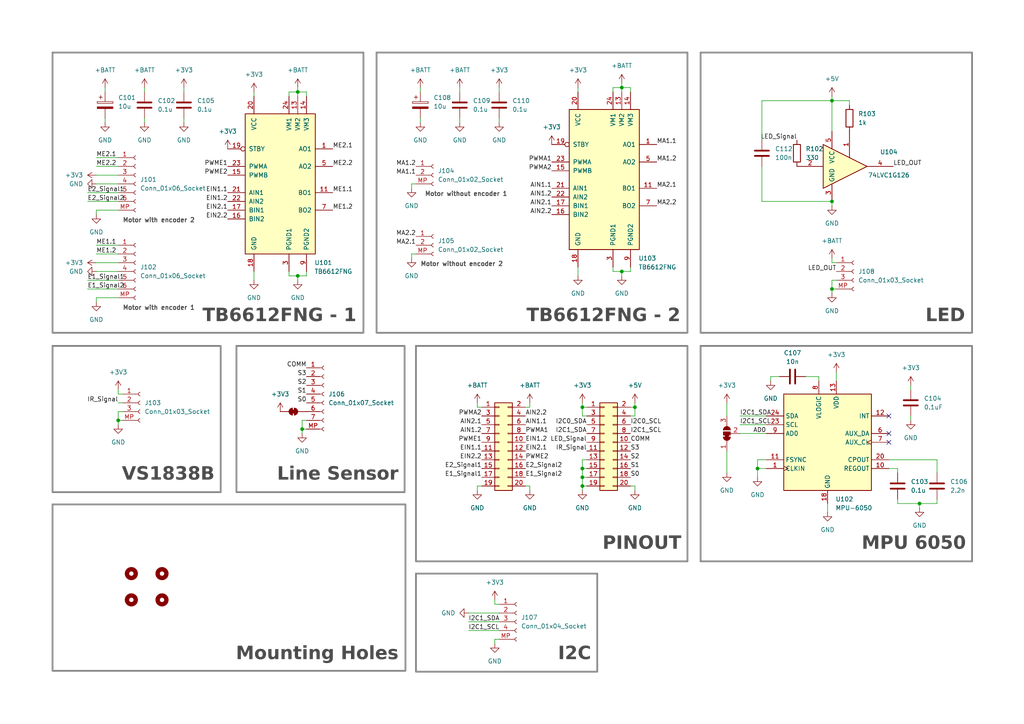
<source format=kicad_sch>
(kicad_sch (version 20231120) (generator "eeschema") (generator_version "8.0")
  (paper "A4")
  (lib_symbols
    (symbol "+3V3_1" (power) (pin_numbers hide) (pin_names (offset 0) hide)
      (property "Value" "+3V3" (at 0 3.556 0))
      (symbol "+3V3_1_1_1"
        (pin power_in line (at 0 0 90) (length 0) (name "~") (number "1"))
      )
    )
    (symbol "74xGxx:74LVC1G126"
      (property "Reference" "U" (at 2.54 7.62 0))
      (property "Value" "74LVC1G126" (at 2.54 -7.62 0))
      (symbol "74LVC1G126_1_1"
        (pin input line (at 0 10.16 270) (length 7.62) (name "~") (number "1"))
        (pin input line (at -15.24 0 0) (length 7.62) (name "~") (number "2"))
        (pin power_in line (at -5.08 -10.16 90) (length 5.08) (name "GND") (number "3"))
        (pin tri_state line (at 12.7 0 180) (length 7.62) (name "~") (number "4"))
        (pin power_in line (at -5.08 10.16 270) (length 5.08) (name "VCC") (number "5"))
      )
    )
    (symbol "Conn_01x03_Socket_1" (pin_names (offset 1.016) hide)
      (property "Reference" "J302" (at 1.27 1.2701 0))
      (property "Value" "Conn_01x02_Socket" (at 1.27 -1.2699 0))
      (symbol "Conn_01x03_Socket_1_1_1"
        (pin passive line (at -5.08 2.54 0) (length 3.81) (name "Pin_1") (number "1"))
        (pin passive line (at -5.08 0 0) (length 3.81) (name "Pin_2") (number "2"))
        (pin passive line (at -5.08 -2.54 0) (length 3.81) (name "Pin_3") (number "MP"))
      )
    )
    (symbol "Conn_01x03_Socket_2" (pin_names (offset 1.016) hide)
      (property "Reference" "J304" (at 1.27 1.2701 0))
      (property "Value" "Conn_01x02_Socket" (at 1.27 -1.2699 0))
      (symbol "Conn_01x03_Socket_2_1_1"
        (pin passive line (at -5.08 2.54 0) (length 3.81) (name "Pin_1") (number "1"))
        (pin passive line (at -5.08 0 0) (length 3.81) (name "Pin_2") (number "2"))
        (pin passive line (at -5.08 -2.54 0) (length 3.81) (name "Pin_3") (number "MP"))
      )
    )
    (symbol "Conn_01x04_Socket_1" (pin_names (offset 1.016) hide)
      (property "Reference" "J306" (at 1.27 0.0001 0))
      (property "Value" "Conn_01x03_Socket" (at 1.27 -2.5399 0))
      (symbol "Conn_01x04_Socket_1_1_1"
        (pin passive line (at -5.08 2.54 0) (length 3.81) (name "Pin_1") (number "1"))
        (pin passive line (at -5.08 0 0) (length 3.81) (name "Pin_2") (number "2"))
        (pin passive line (at -5.08 -2.54 0) (length 3.81) (name "Pin_3") (number "3"))
        (pin passive line (at -5.08 -5.08 0) (length 3.81) (name "Pin_4") (number "MP"))
      )
    )
    (symbol "Connector:Conn_01x04_Socket" (pin_names (offset 1.016) hide)
      (property "Reference" "J301" (at 1.27 0.0001 0))
      (property "Value" "Conn_01x03_Socket" (at 1.27 -2.5399 0))
      (symbol "Conn_01x04_Socket_1_1"
        (pin passive line (at -5.08 2.54 0) (length 3.81) (name "Pin_1") (number "1"))
        (pin passive line (at -5.08 0 0) (length 3.81) (name "Pin_2") (number "2"))
        (pin passive line (at -5.08 -2.54 0) (length 3.81) (name "Pin_3") (number "3"))
        (pin passive line (at -5.08 -5.08 0) (length 3.81) (name "Pin_4") (number "MP"))
      )
    )
    (symbol "Connector:Conn_01x05_Socket" (pin_names (offset 1.016) hide)
      (property "Reference" "J308" (at 1.27 1.2701 0))
      (property "Value" "Conn_01x05_Socket" (at 1.27 -1.2699 0))
      (symbol "Conn_01x05_Socket_1_1"
        (pin passive line (at -5.08 5.08 0) (length 3.81) (name "Pin_1") (number "1"))
        (pin passive line (at -5.08 2.54 0) (length 3.81) (name "Pin_2") (number "2"))
        (pin passive line (at -5.08 0 0) (length 3.81) (name "Pin_3") (number "3"))
        (pin passive line (at -5.08 -2.54 0) (length 3.81) (name "Pin_4") (number "4"))
        (pin passive line (at -5.08 -5.08 0) (length 3.81) (name "Pin_5") (number "MP"))
      )
    )
    (symbol "Connector:Conn_01x07_Socket" (pin_names (offset 1.016) hide)
      (property "Reference" "J303" (at 1.27 1.2701 0))
      (property "Value" "Conn_01x02_Socket" (at 1.27 -1.2699 0))
      (symbol "Conn_01x07_Socket_1_1"
        (pin passive line (at -5.08 7.62 0) (length 3.81) (name "Pin_1") (number "1"))
        (pin passive line (at -5.08 5.08 0) (length 3.81) (name "Pin_2") (number "2"))
        (pin passive line (at -5.08 2.54 0) (length 3.81) (name "Pin_3") (number "3"))
        (pin passive line (at -5.08 0 0) (length 3.81) (name "Pin_4") (number "4"))
        (pin passive line (at -5.08 -2.54 0) (length 3.81) (name "Pin_5") (number "5"))
        (pin passive line (at -5.08 -5.08 0) (length 3.81) (name "Pin_6") (number "6"))
        (pin passive line (at -5.08 -7.62 0) (length 3.81) (name "Pin_7") (number "MP"))
      )
    )
    (symbol "Connector:Conn_01x08_Socket" (pin_names (offset 1.016) hide)
      (property "Reference" "J106" (at 1.27 0.0001 0))
      (property "Value" "Conn_01x07_Socket" (at 1.27 -2.5399 0))
      (symbol "Conn_01x08_Socket_1_1"
        (pin passive line (at -5.08 7.62 0) (length 3.81) (name "Pin_1") (number "1"))
        (pin passive line (at -5.08 5.08 0) (length 3.81) (name "Pin_2") (number "2"))
        (pin passive line (at -5.08 2.54 0) (length 3.81) (name "Pin_3") (number "3"))
        (pin passive line (at -5.08 0 0) (length 3.81) (name "Pin_4") (number "4"))
        (pin passive line (at -5.08 -2.54 0) (length 3.81) (name "Pin_5") (number "5"))
        (pin passive line (at -5.08 -5.08 0) (length 3.81) (name "Pin_6") (number "6"))
        (pin passive line (at -5.08 -7.62 0) (length 3.81) (name "Pin_7") (number "7"))
        (pin passive line (at -5.08 -10.16 0) (length 3.81) (name "Pin_8") (number "MP"))
      )
    )
    (symbol "Connector_Generic:Conn_02x10_Odd_Even" (pin_names (offset 1.016) hide)
      (property "Reference" "J" (at 1.27 12.7 0))
      (property "Value" "Conn_02x10_Odd_Even" (at 1.27 -15.24 0))
      (symbol "Conn_02x10_Odd_Even_1_1"
        (pin passive line (at -5.08 10.16 0) (length 3.81) (name "Pin_1") (number "1"))
        (pin passive line (at 7.62 0 180) (length 3.81) (name "Pin_10") (number "10"))
        (pin passive line (at -5.08 -2.54 0) (length 3.81) (name "Pin_11") (number "11"))
        (pin passive line (at 7.62 -2.54 180) (length 3.81) (name "Pin_12") (number "12"))
        (pin passive line (at -5.08 -5.08 0) (length 3.81) (name "Pin_13") (number "13"))
        (pin passive line (at 7.62 -5.08 180) (length 3.81) (name "Pin_14") (number "14"))
        (pin passive line (at -5.08 -7.62 0) (length 3.81) (name "Pin_15") (number "15"))
        (pin passive line (at 7.62 -7.62 180) (length 3.81) (name "Pin_16") (number "16"))
        (pin passive line (at -5.08 -10.16 0) (length 3.81) (name "Pin_17") (number "17"))
        (pin passive line (at 7.62 -10.16 180) (length 3.81) (name "Pin_18") (number "18"))
        (pin passive line (at -5.08 -12.7 0) (length 3.81) (name "Pin_19") (number "19"))
        (pin passive line (at 7.62 10.16 180) (length 3.81) (name "Pin_2") (number "2"))
        (pin passive line (at 7.62 -12.7 180) (length 3.81) (name "Pin_20") (number "20"))
        (pin passive line (at -5.08 7.62 0) (length 3.81) (name "Pin_3") (number "3"))
        (pin passive line (at 7.62 7.62 180) (length 3.81) (name "Pin_4") (number "4"))
        (pin passive line (at -5.08 5.08 0) (length 3.81) (name "Pin_5") (number "5"))
        (pin passive line (at 7.62 5.08 180) (length 3.81) (name "Pin_6") (number "6"))
        (pin passive line (at -5.08 2.54 0) (length 3.81) (name "Pin_7") (number "7"))
        (pin passive line (at 7.62 2.54 180) (length 3.81) (name "Pin_8") (number "8"))
        (pin passive line (at -5.08 0 0) (length 3.81) (name "Pin_9") (number "9"))
      )
    )
    (symbol "Device:C" (pin_numbers hide) (pin_names (offset 0.254))
      (property "Reference" "C" (at 0.635 2.54 0))
      (property "Value" "C" (at 0.635 -2.54 0))
      (symbol "C_1_1"
        (pin passive line (at 0 3.81 270) (length 2.794) (name "~") (number "1"))
        (pin passive line (at 0 -3.81 90) (length 2.794) (name "~") (number "2"))
      )
    )
    (symbol "Device:C_Polarized" (pin_numbers hide) (pin_names (offset 0.254))
      (property "Reference" "C" (at 0.635 2.54 0))
      (property "Value" "C_Polarized" (at 0.635 -2.54 0))
      (symbol "C_Polarized_1_1"
        (pin passive line (at 0 3.81 270) (length 2.794) (name "~") (number "1"))
        (pin passive line (at 0 -3.81 90) (length 2.794) (name "~") (number "2"))
      )
    )
    (symbol "Device:R" (pin_numbers hide) (pin_names (offset 0))
      (property "Reference" "R" (at 2.032 0 90))
      (property "Value" "R" (at 0 0 90))
      (symbol "R_1_1"
        (pin passive line (at 0 3.81 270) (length 1.27) (name "~") (number "1"))
        (pin passive line (at 0 -3.81 90) (length 1.27) (name "~") (number "2"))
      )
    )
    (symbol "Driver_Motor:TB6612FNG" (pin_names (offset 1.016))
      (property "Reference" "U" (at 11.43 17.78 0))
      (property "Value" "TB6612FNG" (at 11.43 15.24 0))
      (symbol "TB6612FNG_1_1"
        (pin output line (at 15.24 10.16 180) (length 5.08) (name "AO1") (number "1"))
        (pin passive line (at 7.62 -25.4 90) (length 5.08) hide (name "PGND2") (number "10"))
        (pin output line (at 15.24 -2.54 180) (length 5.08) (name "BO1") (number "11"))
        (pin passive line (at 15.24 -2.54 180) (length 5.08) hide (name "BO1") (number "12"))
        (pin power_in line (at 5.08 25.4 270) (length 5.08) (name "VM2") (number "13"))
        (pin power_in line (at 7.62 25.4 270) (length 5.08) (name "VM3") (number "14"))
        (pin input line (at -15.24 2.54 0) (length 5.08) (name "PWMB") (number "15"))
        (pin input line (at -15.24 -10.16 0) (length 5.08) (name "BIN2") (number "16"))
        (pin input line (at -15.24 -7.62 0) (length 5.08) (name "BIN1") (number "17"))
        (pin power_in line (at -7.62 -25.4 90) (length 5.08) (name "GND") (number "18"))
        (pin input inverted (at -15.24 10.16 0) (length 5.08) (name "STBY") (number "19"))
        (pin passive line (at 15.24 10.16 180) (length 5.08) hide (name "AO1") (number "2"))
        (pin power_in line (at -7.62 25.4 270) (length 5.08) (name "VCC") (number "20"))
        (pin input line (at -15.24 -2.54 0) (length 5.08) (name "AIN1") (number "21"))
        (pin input line (at -15.24 -5.08 0) (length 5.08) (name "AIN2") (number "22"))
        (pin input line (at -15.24 5.08 0) (length 5.08) (name "PWMA") (number "23"))
        (pin power_in line (at 2.54 25.4 270) (length 5.08) (name "VM1") (number "24"))
        (pin power_in line (at 2.54 -25.4 90) (length 5.08) (name "PGND1") (number "3"))
        (pin passive line (at 2.54 -25.4 90) (length 5.08) hide (name "PGND1") (number "4"))
        (pin output line (at 15.24 5.08 180) (length 5.08) (name "AO2") (number "5"))
        (pin passive line (at 15.24 5.08 180) (length 5.08) hide (name "AO2") (number "6"))
        (pin output line (at 15.24 -7.62 180) (length 5.08) (name "BO2") (number "7"))
        (pin passive line (at 15.24 -7.62 180) (length 5.08) hide (name "BO2") (number "8"))
        (pin power_in line (at 7.62 -25.4 90) (length 5.08) (name "PGND2") (number "9"))
      )
    )
    (symbol "Jumper:SolderJumper_2_Bridged" (pin_numbers hide) (pin_names (offset 0) hide) (exclude_from_sim yes) (in_bom no)
      (property "Reference" "JP" (at 0 2.032 0))
      (property "Value" "SolderJumper_2_Bridged" (at 0 -2.54 0))
      (symbol "SolderJumper_2_Bridged_1_1"
        (pin passive line (at -3.81 0 0) (length 2.54) (name "A") (number "1"))
        (pin passive line (at 3.81 0 180) (length 2.54) (name "B") (number "2"))
      )
    )
    (symbol "Jumper:SolderJumper_3_Bridged12" (pin_names (offset 0) hide)
      (property "Reference" "JP" (at -2.54 -2.54 0))
      (property "Value" "SolderJumper_3_Bridged12" (at 0 2.794 0))
      (symbol "SolderJumper_3_Bridged12_1_1"
        (pin passive line (at -5.08 0 0) (length 2.54) (name "A") (number "1"))
        (pin passive line (at 0 -3.81 90) (length 2.54) (name "C") (number "2"))
        (pin passive line (at 5.08 0 180) (length 2.54) (name "B") (number "3"))
      )
    )
    (symbol "Mechanical:MountingHole" (pin_names (offset 1.016))
      (property "Reference" "H" (at 0 5.08 0))
      (property "Value" "MountingHole" (at 0 3.175 0))
    )
    (symbol "Sensor_Motion:MPU-6050"
      (property "Reference" "U" (at -11.43 13.97 0))
      (property "Value" "MPU-6050" (at 7.62 -15.24 0))
      (symbol "MPU-6050_0_0"
        (text "" (at 12.7 -2.54 0) (effects (font (size 1.27 1.27))))
      )
      (symbol "MPU-6050_1_1"
        (pin input clock (at -17.78 -7.62 0) (length 5.08) (name "CLKIN") (number "1"))
        (pin passive line (at 17.78 -7.62 180) (length 5.08) (name "REGOUT") (number "10"))
        (pin input line (at -17.78 -5.08 0) (length 5.08) (name "FSYNC") (number "11"))
        (pin output line (at 17.78 7.62 180) (length 5.08) (name "INT") (number "12"))
        (pin power_in line (at 2.54 17.78 270) (length 3.81) (name "VDD") (number "13"))
        (pin no_connect line (at -12.7 -10.16 0) (length 2.54) hide (name "NC") (number "14"))
        (pin no_connect line (at 12.7 12.7 180) (length 2.54) hide (name "NC") (number "15"))
        (pin no_connect line (at 12.7 10.16 180) (length 2.54) hide (name "NC") (number "16"))
        (pin no_connect line (at 12.7 5.08 180) (length 2.54) hide (name "NC") (number "17"))
        (pin power_in line (at 0 -17.78 90) (length 3.81) (name "GND") (number "18"))
        (pin no_connect line (at 12.7 -10.16 180) (length 2.54) hide (name "RESV") (number "19"))
        (pin no_connect line (at -12.7 12.7 0) (length 2.54) hide (name "NC") (number "2"))
        (pin passive line (at 17.78 -5.08 180) (length 5.08) (name "CPOUT") (number "20"))
        (pin no_connect line (at 12.7 -2.54 180) (length 2.54) hide (name "RESV") (number "21"))
        (pin no_connect line (at 12.7 -12.7 180) (length 2.54) hide (name "RESV") (number "22"))
        (pin input line (at -17.78 5.08 0) (length 5.08) (name "SCL") (number "23"))
        (pin bidirectional line (at -17.78 7.62 0) (length 5.08) (name "SDA") (number "24"))
        (pin no_connect line (at -12.7 10.16 0) (length 2.54) hide (name "NC") (number "3"))
        (pin no_connect line (at -12.7 0 0) (length 2.54) hide (name "NC") (number "4"))
        (pin no_connect line (at -12.7 -2.54 0) (length 2.54) hide (name "NC") (number "5"))
        (pin bidirectional line (at 17.78 2.54 180) (length 5.08) (name "AUX_DA") (number "6"))
        (pin output clock (at 17.78 0 180) (length 5.08) (name "AUX_CL") (number "7"))
        (pin power_in line (at -2.54 17.78 270) (length 3.81) (name "VLOGIC") (number "8"))
        (pin input line (at -17.78 2.54 0) (length 5.08) (name "AD0") (number "9"))
      )
    )
    (symbol "power:+3V3" (power) (pin_names (offset 0))
      (property "Value" "+3V3" (at 0 3.556 0))
      (symbol "+3V3_1_1"
        (pin power_in line (at 0 0 90) (length 0) hide (name "+3V3") (number "1"))
      )
    )
    (symbol "power:+5V" (power) (pin_names (offset 0))
      (property "Value" "+5V" (at 0 3.556 0))
      (symbol "+5V_1_1"
        (pin power_in line (at 0 0 90) (length 0) hide (name "+5V") (number "1"))
      )
    )
    (symbol "power:+BATT" (power) (pin_names (offset 0))
      (property "Value" "+BATT" (at 0 3.556 0))
      (symbol "+BATT_1_1"
        (pin power_in line (at 0 0 90) (length 0) hide (name "+BATT") (number "1"))
      )
    )
    (symbol "power:GND" (power) (pin_names (offset 0))
      (property "Value" "GND" (at 0 -3.81 0))
      (symbol "GND_1_1"
        (pin power_in line (at 0 0 270) (length 0) hide (name "GND") (number "1"))
      )
    )
  )
  (junction (at 241.3 83.82))
  (junction (at 168.91 118.11))
  (junction (at 219.71 135.89))
  (junction (at 34.29 121.92))
  (junction (at 184.15 118.11))
  (junction (at 180.34 25.4))
  (junction (at 168.91 135.89))
  (junction (at 266.7 146.05))
  (junction (at 168.91 140.97))
  (junction (at 87.63 124.46))
  (junction (at 168.91 138.43))
  (junction (at 241.3 58.42))
  (junction (at 86.36 80.01))
  (junction (at 180.34 78.74))
  (junction (at 241.3 29.21))
  (junction (at 86.36 26.67))
  (no_connect (at 257.81 128.27))
  (no_connect (at 257.81 120.65))
  (no_connect (at 257.81 125.73))
  (wire (pts (xy 167.64 25.4) (xy 167.64 26.67)))
  (wire (pts (xy 34.29 114.3) (xy 34.29 113.03)))
  (wire (pts (xy 237.49 110.49) (xy 237.49 109.22)))
  (wire (pts (xy 223.52 109.22) (xy 226.06 109.22)))
  (wire (pts (xy 184.15 140.97) (xy 182.88 140.97)))
  (wire (pts (xy 27.94 73.66) (xy 34.29 73.66)))
  (wire (pts (xy 266.7 146.05) (xy 271.78 146.05)))
  (wire (pts (xy 180.34 78.74) (xy 180.34 80.01)))
  (wire (pts (xy 182.88 77.47) (xy 182.88 78.74)))
  (wire (pts (xy 246.38 29.21) (xy 241.3 29.21)))
  (wire (pts (xy 168.91 118.11) (xy 170.18 118.11)))
  (wire (pts (xy 184.15 120.65) (xy 184.15 118.11)))
  (wire (pts (xy 219.71 133.35) (xy 219.71 135.89)))
  (wire (pts (xy 27.94 50.8) (xy 34.29 50.8)))
  (wire (pts (xy 271.78 133.35) (xy 271.78 137.16)))
  (wire (pts (xy 241.3 59.69) (xy 241.3 58.42)))
  (wire (pts (xy 210.82 116.84) (xy 210.82 120.65)))
  (wire (pts (xy 182.88 78.74) (xy 180.34 78.74)))
  (wire (pts (xy 41.91 34.29) (xy 41.91 35.56)))
  (wire (pts (xy 168.91 138.43) (xy 168.91 140.97)))
  (wire (pts (xy 222.25 135.89) (xy 219.71 135.89)))
  (wire (pts (xy 240.03 146.05) (xy 240.03 148.59)))
  (wire (pts (xy 241.3 83.82) (xy 241.3 81.28)))
  (wire (pts (xy 87.63 124.46) (xy 88.9 124.46)))
  (wire (pts (xy 27.94 87.63) (xy 27.94 86.36)))
  (wire (pts (xy 144.78 34.29) (xy 144.78 35.56)))
  (wire (pts (xy 35.56 121.92) (xy 34.29 121.92)))
  (wire (pts (xy 168.91 140.97) (xy 170.18 140.97)))
  (wire (pts (xy 138.43 140.97) (xy 138.43 142.24)))
  (wire (pts (xy 220.98 58.42) (xy 241.3 58.42)))
  (wire (pts (xy 168.91 135.89) (xy 170.18 135.89)))
  (wire (pts (xy 86.36 26.67) (xy 88.9 26.67)))
  (wire (pts (xy 241.3 85.09) (xy 241.3 83.82)))
  (wire (pts (xy 264.16 120.65) (xy 264.16 121.92)))
  (wire (pts (xy 182.88 118.11) (xy 184.15 118.11)))
  (wire (pts (xy 35.56 119.38) (xy 34.29 119.38)))
  (wire (pts (xy 135.89 177.8) (xy 144.78 177.8)))
  (wire (pts (xy 153.67 118.11) (xy 153.67 116.84)))
  (wire (pts (xy 73.66 26.67) (xy 73.66 27.94)))
  (wire (pts (xy 53.34 25.4) (xy 53.34 26.67)))
  (wire (pts (xy 260.35 146.05) (xy 266.7 146.05)))
  (wire (pts (xy 223.52 110.49) (xy 223.52 109.22)))
  (wire (pts (xy 27.94 48.26) (xy 34.29 48.26)))
  (wire (pts (xy 27.94 78.74) (xy 34.29 78.74)))
  (wire (pts (xy 73.66 78.74) (xy 73.66 81.28)))
  (wire (pts (xy 241.3 74.93) (xy 241.3 76.2)))
  (wire (pts (xy 144.78 25.4) (xy 144.78 26.67)))
  (wire (pts (xy 177.8 25.4) (xy 180.34 25.4)))
  (wire (pts (xy 168.91 133.35) (xy 168.91 135.89)))
  (wire (pts (xy 27.94 71.12) (xy 34.29 71.12)))
  (wire (pts (xy 180.34 25.4) (xy 182.88 25.4)))
  (wire (pts (xy 220.98 48.26) (xy 220.98 58.42)))
  (wire (pts (xy 177.8 78.74) (xy 180.34 78.74)))
  (wire (pts (xy 184.15 140.97) (xy 184.15 142.24)))
  (wire (pts (xy 210.82 130.81) (xy 210.82 137.16)))
  (wire (pts (xy 260.35 144.78) (xy 260.35 146.05)))
  (wire (pts (xy 220.98 29.21) (xy 241.3 29.21)))
  (wire (pts (xy 88.9 78.74) (xy 88.9 80.01)))
  (wire (pts (xy 83.82 80.01) (xy 86.36 80.01)))
  (wire (pts (xy 30.48 34.29) (xy 30.48 35.56)))
  (wire (pts (xy 222.25 133.35) (xy 219.71 133.35)))
  (wire (pts (xy 25.4 83.82) (xy 34.29 83.82)))
  (wire (pts (xy 143.51 175.26) (xy 143.51 173.99)))
  (wire (pts (xy 83.82 27.94) (xy 83.82 26.67)))
  (wire (pts (xy 119.38 73.66) (xy 119.38 74.93)))
  (wire (pts (xy 27.94 62.23) (xy 27.94 60.96)))
  (wire (pts (xy 88.9 121.92) (xy 87.63 121.92)))
  (wire (pts (xy 143.51 185.42) (xy 144.78 185.42)))
  (wire (pts (xy 34.29 116.84) (xy 35.56 116.84)))
  (wire (pts (xy 241.3 27.94) (xy 241.3 29.21)))
  (wire (pts (xy 257.81 135.89) (xy 260.35 135.89)))
  (wire (pts (xy 241.3 29.21) (xy 241.3 38.1)))
  (wire (pts (xy 27.94 76.2) (xy 34.29 76.2)))
  (wire (pts (xy 88.9 26.67) (xy 88.9 27.94)))
  (wire (pts (xy 27.94 45.72) (xy 34.29 45.72)))
  (wire (pts (xy 27.94 60.96) (xy 34.29 60.96)))
  (wire (pts (xy 266.7 146.05) (xy 266.7 147.32)))
  (wire (pts (xy 120.65 73.66) (xy 119.38 73.66)))
  (wire (pts (xy 180.34 25.4) (xy 180.34 26.67)))
  (wire (pts (xy 168.91 135.89) (xy 168.91 138.43)))
  (wire (pts (xy 143.51 186.69) (xy 143.51 185.42)))
  (wire (pts (xy 167.64 77.47) (xy 167.64 80.01)))
  (wire (pts (xy 34.29 121.92) (xy 34.29 123.19)))
  (wire (pts (xy 25.4 81.28) (xy 34.29 81.28)))
  (wire (pts (xy 86.36 25.4) (xy 86.36 26.67)))
  (wire (pts (xy 133.35 34.29) (xy 133.35 35.56)))
  (wire (pts (xy 25.4 58.42) (xy 34.29 58.42)))
  (wire (pts (xy 168.91 118.11) (xy 168.91 120.65)))
  (wire (pts (xy 41.91 25.4) (xy 41.91 26.67)))
  (wire (pts (xy 219.71 135.89) (xy 219.71 138.43)))
  (wire (pts (xy 184.15 118.11) (xy 184.15 116.84)))
  (wire (pts (xy 168.91 138.43) (xy 170.18 138.43)))
  (wire (pts (xy 177.8 77.47) (xy 177.8 78.74)))
  (wire (pts (xy 87.63 121.92) (xy 87.63 124.46)))
  (wire (pts (xy 153.67 118.11) (xy 152.4 118.11)))
  (wire (pts (xy 83.82 26.67) (xy 86.36 26.67)))
  (wire (pts (xy 168.91 116.84) (xy 168.91 118.11)))
  (wire (pts (xy 260.35 135.89) (xy 260.35 137.16)))
  (wire (pts (xy 86.36 80.01) (xy 86.36 81.28)))
  (wire (pts (xy 177.8 26.67) (xy 177.8 25.4)))
  (wire (pts (xy 35.56 114.3) (xy 34.29 114.3)))
  (wire (pts (xy 138.43 140.97) (xy 139.7 140.97)))
  (wire (pts (xy 182.88 120.65) (xy 184.15 120.65)))
  (wire (pts (xy 87.63 124.46) (xy 87.63 125.73)))
  (wire (pts (xy 220.98 40.64) (xy 220.98 29.21)))
  (wire (pts (xy 121.92 25.4) (xy 121.92 26.67)))
  (wire (pts (xy 25.4 55.88) (xy 34.29 55.88)))
  (wire (pts (xy 214.63 120.65) (xy 222.25 120.65)))
  (wire (pts (xy 30.48 25.4) (xy 30.48 26.67)))
  (wire (pts (xy 121.92 34.29) (xy 121.92 35.56)))
  (wire (pts (xy 241.3 76.2) (xy 242.57 76.2)))
  (wire (pts (xy 241.3 81.28) (xy 242.57 81.28)))
  (wire (pts (xy 182.88 25.4) (xy 182.88 26.67)))
  (wire (pts (xy 264.16 111.76) (xy 264.16 113.03)))
  (wire (pts (xy 120.65 53.34) (xy 119.38 53.34)))
  (wire (pts (xy 257.81 133.35) (xy 271.78 133.35)))
  (wire (pts (xy 153.67 140.97) (xy 153.67 142.24)))
  (wire (pts (xy 135.89 180.34) (xy 144.78 180.34)))
  (wire (pts (xy 138.43 118.11) (xy 138.43 116.84)))
  (wire (pts (xy 242.57 107.95) (xy 242.57 110.49)))
  (wire (pts (xy 153.67 140.97) (xy 152.4 140.97)))
  (wire (pts (xy 170.18 133.35) (xy 168.91 133.35)))
  (wire (pts (xy 133.35 25.4) (xy 133.35 26.67)))
  (wire (pts (xy 88.9 80.01) (xy 86.36 80.01)))
  (wire (pts (xy 139.7 118.11) (xy 138.43 118.11)))
  (wire (pts (xy 144.78 175.26) (xy 143.51 175.26)))
  (wire (pts (xy 168.91 120.65) (xy 170.18 120.65)))
  (wire (pts (xy 135.89 182.88) (xy 144.78 182.88)))
  (wire (pts (xy 53.34 34.29) (xy 53.34 35.56)))
  (wire (pts (xy 168.91 140.97) (xy 168.91 142.24)))
  (wire (pts (xy 27.94 86.36) (xy 34.29 86.36)))
  (wire (pts (xy 119.38 53.34) (xy 119.38 54.61)))
  (wire (pts (xy 83.82 78.74) (xy 83.82 80.01)))
  (wire (pts (xy 271.78 146.05) (xy 271.78 144.78)))
  (wire (pts (xy 233.68 109.22) (xy 237.49 109.22)))
  (wire (pts (xy 180.34 24.13) (xy 180.34 25.4)))
  (wire (pts (xy 27.94 53.34) (xy 34.29 53.34)))
  (wire (pts (xy 246.38 30.48) (xy 246.38 29.21)))
  (wire (pts (xy 214.63 123.19) (xy 222.25 123.19)))
  (wire (pts (xy 214.63 125.73) (xy 222.25 125.73)))
  (wire (pts (xy 34.29 119.38) (xy 34.29 121.92)))
  (wire (pts (xy 86.36 26.67) (xy 86.36 27.94)))
  (wire (pts (xy 241.3 83.82) (xy 242.57 83.82)))
  (rectangle (start 203.2 15.24) (end 281.94 96.52) (stroke (width 0.508) (color 132 132 132 1)))
  (rectangle (start 15.24 146.304) (end 117.602 194.564) (stroke (width 0.508) (color 132 132 132 1)))
  (rectangle (start 203.2 100.33) (end 281.94 162.814) (stroke (width 0.508) (color 132 132 132 1)))
  (rectangle (start 68.58 100.33) (end 117.348 142.748) (stroke (width 0.508) (color 132 132 132 1)))
  (rectangle (start 120.65 166.37) (end 173.228 194.818) (stroke (width 0.508) (color 132 132 132 1)))
  (rectangle (start 109.22 15.24) (end 199.39 96.52) (stroke (width 0.508) (color 132 132 132 1)))
  (rectangle (start 15.24 100.33) (end 64.008 142.748) (stroke (width 0.508) (color 132 132 132 1)))
  (rectangle (start 120.65 100.33) (end 199.39 162.814) (stroke (width 0.508) (color 132 132 132 1)))
  (rectangle (start 15.24 15.24) (end 105.41 96.52) (stroke (width 0.508) (color 132 132 132 1)))
  (text "TB6612FNG - 1" (at 103.378 94.996 0) (effects (font (size 3.81 3.81) (thickness 0.254) (bold yes)) (justify right bottom)))
  (text "VS1838B" (at 62.23 140.97 0) (effects (font (size 3.81 3.81) (thickness 0.254) (bold yes)) (justify right bottom)))
  (text "Motor with encoder 2" (at 35.56 64.77 0) (effects (font (size 1.27 1.27) (thickness 0.254) (bold yes)) (justify left bottom)))
  (text "Motor with encoder 1" (at 35.56 90.17 0) (effects (font (size 1.27 1.27) (thickness 0.254) (bold yes)) (justify left bottom)))
  (text "Mounting Holes" (at 115.57 193.04 0) (effects (font (size 3.81 3.81) (thickness 0.254) (bold yes)) (justify right bottom)))
  (text "Motor without encoder 2" (at 121.92 77.47 0) (effects (font (size 1.27 1.27) (thickness 0.254) (bold yes)) (justify left bottom)))
  (text "Motor without encoder 1" (at 123.19 57.15 0) (effects (font (size 1.27 1.27) (thickness 0.254) (bold yes)) (justify left bottom)))
  (text "LED" (at 279.908 94.996 0) (effects (font (size 3.81 3.81) (thickness 0.254) (bold yes)) (justify right bottom)))
  (text "Line Sensor" (at 115.57 140.97 0) (effects (font (size 3.81 3.81) (thickness 0.254) (bold yes)) (justify right bottom)))
  (text "TB6612FNG - 2" (at 197.358 94.996 0) (effects (font (size 3.81 3.81) (thickness 0.254) (bold yes)) (justify right bottom)))
  (text "MPU 6050" (at 280.162 161.036 0) (effects (font (size 3.81 3.81) (thickness 0.254) (bold yes)) (justify right bottom)))
  (text "PINOUT" (at 197.612 161.036 0) (effects (font (size 3.81 3.81) (thickness 0.254) (bold yes)) (justify right bottom)))
  (text "I2C" (at 171.45 193.04 0) (effects (font (size 3.81 3.81) (thickness 0.254) (bold yes)) (justify right bottom)))
  (label "MA2.1" (at 120.65 71.12 180))
  (label "S0" (at 182.88 138.43 0))
  (label "I2C1_SCL" (at 214.63 123.19 0))
  (label "E2_Signal2" (at 152.4 135.89 0))
  (label "AIN1.2" (at 139.7 125.73 180))
  (label "MA2.1" (at 190.5 54.61 0))
  (label "I2C1_SCL" (at 182.88 125.73 0))
  (label "MA2.2" (at 120.65 68.58 180))
  (label "ME1.1" (at 96.52 55.88 0))
  (label "E1_Signal1" (at 25.4 81.28 0))
  (label "E2_Signal2" (at 25.4 58.42 0))
  (label "AIN2.1" (at 139.7 123.19 180))
  (label "AIN2.2" (at 152.4 120.65 0))
  (label "MA1.1" (at 190.5 41.91 0))
  (label "ME2.2" (at 27.94 48.26 0))
  (label "PWME2" (at 66.04 50.8 180))
  (label "ME1.1" (at 27.94 71.12 0))
  (label "MA1.2" (at 120.65 48.26 180))
  (label "EIN2.2" (at 139.7 133.35 180))
  (label "I2C1_SDA" (at 135.89 180.34 0))
  (label "COMM" (at 182.88 128.27 0))
  (label "ME2.1" (at 27.94 45.72 0))
  (label "ME1.2" (at 27.94 73.66 0))
  (label "AIN2.2" (at 160.02 62.23 180))
  (label "IR_Signal" (at 34.29 116.84 180))
  (label "LED_Signal" (at 170.18 128.27 180))
  (label "AIN2.1" (at 160.02 59.69 180))
  (label "AD0" (at 218.44 125.73 0))
  (label "I2C1_SDA" (at 170.18 125.73 180))
  (label "S1" (at 182.88 135.89 0))
  (label "EIN2.1" (at 152.4 130.81 0))
  (label "MA2.2" (at 190.5 59.69 0))
  (label "E1_Signal1" (at 139.7 138.43 180))
  (label "PWME1" (at 66.04 48.26 180))
  (label "LED_OUT" (at 259.08 48.26 0))
  (label "EIN1.2" (at 152.4 128.27 0))
  (label "S3" (at 182.88 130.81 0))
  (label "S1" (at 88.9 114.3 180))
  (label "PWMA1" (at 160.02 46.99 180))
  (label "E1_Signal2" (at 152.4 138.43 0))
  (label "S3" (at 88.9 109.22 180))
  (label "EIN1.2" (at 66.04 58.42 180))
  (label "ME2.2" (at 96.52 48.26 0))
  (label "AIN1.1" (at 152.4 123.19 0))
  (label "E2_Signal1" (at 139.7 135.89 180))
  (label "S0" (at 88.9 116.84 180))
  (label "LED_Signal" (at 231.14 40.64 180))
  (label "AIN1.2" (at 160.02 57.15 180))
  (label "EIN1.1" (at 66.04 55.88 180))
  (label "E2_Signal1" (at 25.4 55.88 0))
  (label "PWMA2" (at 160.02 49.53 180))
  (label "S2" (at 88.9 111.76 180))
  (label "COMM" (at 88.9 106.68 180))
  (label "EIN2.2" (at 66.04 63.5 180))
  (label "PWMA1" (at 152.4 125.73 0))
  (label "PWME2" (at 152.4 133.35 0))
  (label "I2C0_SDA" (at 170.18 123.19 180))
  (label "I2C1_SCL" (at 135.89 182.88 0))
  (label "I2C1_SDA" (at 214.63 120.65 0))
  (label "ME1.2" (at 96.52 60.96 0))
  (label "PWME1" (at 139.7 128.27 180))
  (label "EIN2.1" (at 66.04 60.96 180))
  (label "AIN1.1" (at 160.02 54.61 180))
  (label "E1_Signal2" (at 25.4 83.82 0))
  (label "MA1.2" (at 190.5 46.99 0))
  (label "LED_OUT" (at 242.57 78.74 180))
  (label "MA1.1" (at 120.65 50.8 180))
  (label "I2C0_SCL" (at 182.88 123.19 0))
  (label "PWMA2" (at 139.7 120.65 180))
  (label "EIN1.1" (at 139.7 130.81 180))
  (label "ME2.1" (at 96.52 43.18 0))
  (label "S2" (at 182.88 133.35 0))
  (label "IR_Signal" (at 170.18 130.81 180))
  (symbol (lib_id "power:GND") (at 168.91 142.24 0) (unit 1)
    (property "Reference" "#PWR0146" (effects (hide yes)))
    (property "Value" "GND" (at 168.91 147.32 0))
    (property "Description" "Power symbol creates a global label with name \"GND\" , ground" (effects (hide yes)))
  )
  (symbol (lib_id "power:GND") (at 144.78 35.56 0) (unit 1)
    (property "Reference" "#PWR0143" (effects (hide yes)))
    (property "Value" "GND" (at 144.78 40.64 0))
  )
  (symbol (lib_id "Device:C") (at 271.78 140.97 0) (unit 1)
    (property "Reference" "C106" (at 275.59 139.6999 0) (effects (justify left)))
    (property "Value" "2.2n" (at 275.59 142.2399 0) (effects (justify left)))
    (property "Footprint" "Capacitor_SMD:C_0805_2012Metric" (effects (hide yes)))
    (property "LCSC" "C36576" (effects (hide yes)))
  )
  (symbol (lib_id "power:+3V3") (at 73.66 26.67 0) (unit 1)
    (property "Reference" "#PWR0104" (effects (hide yes)))
    (property "Value" "+3V3" (at 73.66 21.59 0))
  )
  (symbol (lib_id "power:GND") (at 210.82 137.16 0) (unit 1)
    (property "Reference" "#PWR0103" (effects (hide yes)))
    (property "Value" "GND" (at 210.82 142.24 0))
  )
  (symbol (lib_id "power:+3V3") (at 210.82 116.84 0) (unit 1)
    (property "Reference" "#PWR0102" (effects (hide yes)))
    (property "Value" "+3V3" (at 210.82 111.76 0))
  )
  (symbol (lib_id "Device:C") (at 53.34 30.48 0) (unit 1)
    (property "Reference" "C105" (at 57.15 29.2099 0) (effects (justify left)))
    (property "Value" "0.1u" (at 57.15 31.7499 0) (effects (justify left)))
    (property "Footprint" "Capacitor_SMD:C_0805_2012Metric" (effects (hide yes)))
    (property "LCSC" "C38141" (effects (hide yes)))
  )
  (symbol (lib_id "power:GND") (at 167.64 80.01 0) (unit 1)
    (property "Reference" "#PWR0133" (effects (hide yes)))
    (property "Value" "GND" (at 167.64 85.09 0))
  )
  (symbol (lib_id "Device:R") (at 246.38 34.29 0) (unit 1)
    (property "Reference" "R103" (at 248.92 33.0199 0) (effects (justify left)))
    (property "Value" "1k" (at 248.92 35.5599 0) (effects (justify left)))
    (property "Footprint" "Resistor_SMD:R_0805_2012Metric" (effects (hide yes)))
    (property "LCSC" "C17513" (effects (hide yes)))
  )
  (symbol (lib_name "Conn_01x03_Socket_1") (lib_id "Connector:Conn_01x03_Socket") (at 125.73 50.8 0) (unit 1)
    (property "Reference" "J104" (at 127 49.5299 0) (effects (justify left)))
    (property "Value" "Conn_01x02_Socket" (at 127 52.0699 0) (effects (justify left)))
    (property "Footprint" "Connector_JST:JST_PH_B2B-PH-SM4-TB_1x02-1MP_P2.00mm_Vertical" (effects (hide yes)))
    (property "LCSC" "C160352" (effects (hide yes)))
  )
  (symbol (lib_id "Device:C") (at 229.87 109.22 90) (unit 1)
    (property "Reference" "C107" (at 229.87 102.362 90))
    (property "Value" "10n" (at 229.87 104.902 90))
    (property "Footprint" "Capacitor_SMD:C_0805_2012Metric" (effects (hide yes)))
    (property "LCSC" "C36576" (effects (hide yes)))
  )
  (symbol (lib_id "power:+BATT") (at 138.43 116.84 0) (mirror y) (unit 1)
    (property "Reference" "#PWR0108" (effects (hide yes)))
    (property "Value" "+BATT" (at 138.43 111.76 0))
    (property "Description" "Power symbol creates a global label with name \"+BATT\"" (effects (hide yes)))
  )
  (symbol (lib_id "power:GND") (at 219.71 138.43 0) (unit 1)
    (property "Reference" "#PWR0107" (effects (hide yes)))
    (property "Value" "GND" (at 219.71 143.51 0))
  )
  (symbol (lib_id "power:+BATT") (at 133.35 25.4 0) (unit 1)
    (property "Reference" "#PWR0138" (effects (hide yes)))
    (property "Value" "+BATT" (at 133.35 20.32 0))
  )
  (symbol (lib_id "power:+3V3") (at 242.57 107.95 0) (unit 1)
    (property "Reference" "#PWR0111" (effects (hide yes)))
    (property "Value" "+3V3" (at 242.57 102.87 0))
  )
  (symbol (lib_id "Connector:Conn_01x07_Socket") (at 39.37 78.74 0) (unit 1)
    (property "Reference" "J102" (at 40.64 77.4699 0) (effects (justify left)))
    (property "Value" "Conn_01x06_Socket" (at 40.64 80.0099 0) (effects (justify left)))
    (property "Footprint" "Connector_JST:JST_PH_B6B-PH-SM4-TB_1x06-1MP_P2.00mm_Vertical" (effects (hide yes)))
    (property "LCSC" "C265088" (effects (hide yes)))
  )
  (symbol (lib_name "+3V3_1") (lib_id "power:+3V3") (at 81.28 119.38 0) (unit 1)
    (property "Reference" "#PWR0144" (effects (hide yes)))
    (property "Value" "+3V3" (at 81.28 114.3 0))
    (property "Description" "Power symbol creates a global label with name \"+3V3\"" (effects (hide yes)))
  )
  (symbol (lib_id "power:GND") (at 87.63 125.73 0) (unit 1)
    (property "Reference" "#PWR0145" (effects (hide yes)))
    (property "Value" "GND" (at 87.63 130.81 0))
  )
  (symbol (lib_id "power:+BATT") (at 180.34 24.13 0) (unit 1)
    (property "Reference" "#PWR0134" (effects (hide yes)))
    (property "Value" "+BATT" (at 180.34 19.05 0))
  )
  (symbol (lib_id "Device:C") (at 220.98 44.45 0) (unit 1)
    (property "Reference" "C112" (at 224.79 43.1799 0) (effects (justify left)))
    (property "Value" "100n" (at 224.79 45.7199 0) (effects (justify left)))
    (property "Footprint" "Capacitor_SMD:C_0805_2012Metric" (effects (hide yes)))
    (property "LCSC" "C38141" (effects (hide yes)))
  )
  (symbol (lib_id "power:+BATT") (at 241.3 74.93 0) (unit 1)
    (property "Reference" "#PWR0153" (effects (hide yes)))
    (property "Value" "+BATT" (at 241.3 69.85 0))
  )
  (symbol (lib_id "Connector_Generic:Conn_02x10_Odd_Even") (at 144.78 128.27 0) (unit 1)
    (property "Reference" "J109" (effects (hide yes)))
    (property "Value" "Conn_02x10_Odd_Even" (effects (hide yes)))
    (property "Footprint" "Connector_PinSocket_2.54mm:PinSocket_2x10_P2.54mm_Vertical" (effects (hide yes)))
    (property "Description" "Generic connector, double row, 02x10, odd/even pin numbering scheme (row 1 odd numbers, row 2 even numbers), script generated (kicad-library-utils/schlib/autogen/connector/)" (effects (hide yes)))
  )
  (symbol (lib_id "power:+3V3") (at 66.04 43.18 0) (unit 1)
    (property "Reference" "#PWR0156" (effects (hide yes)))
    (property "Value" "+3V3" (at 66.04 38.1 0))
  )
  (symbol (lib_id "power:+BATT") (at 121.92 25.4 0) (unit 1)
    (property "Reference" "#PWR0136" (effects (hide yes)))
    (property "Value" "+BATT" (at 121.92 20.32 0))
  )
  (symbol (lib_id "power:GND") (at 241.3 85.09 0) (unit 1)
    (property "Reference" "#PWR0154" (effects (hide yes)))
    (property "Value" "GND" (at 241.3 90.17 0))
  )
  (symbol (lib_id "power:+BATT") (at 30.48 25.4 0) (unit 1)
    (property "Reference" "#PWR0113" (effects (hide yes)))
    (property "Value" "+BATT" (at 30.48 20.32 0))
  )
  (symbol (lib_id "power:GND") (at 184.15 142.24 0) (mirror y) (unit 1)
    (property "Reference" "#PWR0155" (effects (hide yes)))
    (property "Value" "GND" (at 184.15 147.32 0))
    (property "Description" "Power symbol creates a global label with name \"GND\" , ground" (effects (hide yes)))
  )
  (symbol (lib_id "power:GND") (at 180.34 80.01 0) (unit 1)
    (property "Reference" "#PWR0135" (effects (hide yes)))
    (property "Value" "GND" (at 180.34 85.09 0))
  )
  (symbol (lib_id "Device:C") (at 260.35 140.97 0) (unit 1)
    (property "Reference" "C103" (at 264.16 139.6999 0) (effects (justify left)))
    (property "Value" "0.1u" (at 264.16 142.2399 0) (effects (justify left)))
    (property "Footprint" "Capacitor_SMD:C_0805_2012Metric" (effects (hide yes)))
    (property "LCSC" "C38141" (effects (hide yes)))
  )
  (symbol (lib_id "Device:R") (at 231.14 44.45 0) (unit 1)
    (property "Reference" "R102" (at 233.68 43.1799 0) (effects (justify left)))
    (property "Value" "330" (at 233.68 45.7199 0) (effects (justify left)))
    (property "Footprint" "Resistor_SMD:R_0805_2012Metric" (effects (hide yes)))
    (property "LCSC" "C17630" (effects (hide yes)))
  )
  (symbol (lib_id "Device:C_Polarized") (at 30.48 30.48 0) (unit 1)
    (property "Reference" "C101" (at 34.29 28.3209 0) (effects (justify left)))
    (property "Value" "10u" (at 34.29 30.8609 0) (effects (justify left)))
    (property "Footprint" "Capacitor_Tantalum_SMD:CP_EIA-3528-21_Kemet-B" (effects (hide yes)))
    (property "LCSC" "C163225" (effects (hide yes)))
  )
  (symbol (lib_id "Connector:Conn_01x04_Socket") (at 40.64 116.84 0) (unit 1)
    (property "Reference" "J103" (at 41.91 116.8399 0) (effects (justify left)))
    (property "Value" "Conn_01x03_Socket" (at 41.91 119.3799 0) (effects (justify left)))
    (property "Footprint" "Connector_JST:JST_PH_B3B-PH-SM4-TB_1x03-1MP_P2.00mm_Vertical" (effects (hide yes)))
    (property "LCSC" "C160353" (effects (hide yes)))
  )
  (symbol (lib_id "power:GND") (at 27.94 53.34 270) (unit 1)
    (property "Reference" "#PWR0118" (effects (hide yes)))
    (property "Value" "GND" (at 24.13 53.3399 90) (effects (justify right)))
  )
  (symbol (lib_id "Mechanical:MountingHole") (at 46.99 166.37 0) (unit 1)
    (property "Reference" "H103" (effects (hide yes)))
    (property "Value" "MountingHole" (effects (hide yes)))
    (property "Footprint" "Custom:M2.5M3" (effects (hide yes)))
    (property "Description" "Mounting Hole without connection" (effects (hide yes)))
  )
  (symbol (lib_id "power:GND") (at 121.92 35.56 0) (unit 1)
    (property "Reference" "#PWR0137" (effects (hide yes)))
    (property "Value" "GND" (at 121.92 40.64 0))
  )
  (symbol (lib_name "Conn_01x03_Socket_2") (lib_id "Connector:Conn_01x03_Socket") (at 125.73 71.12 0) (unit 1)
    (property "Reference" "J105" (at 127 69.8499 0) (effects (justify left)))
    (property "Value" "Conn_01x02_Socket" (at 127 72.3899 0) (effects (justify left)))
    (property "Footprint" "Connector_JST:JST_PH_B2B-PH-SM4-TB_1x02-1MP_P2.00mm_Vertical" (effects (hide yes)))
    (property "LCSC" "C160352" (effects (hide yes)))
  )
  (symbol (lib_id "Connector_Generic:Conn_02x10_Odd_Even") (at 175.26 128.27 0) (unit 1)
    (property "Reference" "J110" (effects (hide yes)))
    (property "Value" "Conn_02x10_Odd_Even" (effects (hide yes)))
    (property "Footprint" "Connector_PinSocket_2.54mm:PinSocket_2x10_P2.54mm_Vertical" (effects (hide yes)))
    (property "Description" "Generic connector, double row, 02x10, odd/even pin numbering scheme (row 1 odd numbers, row 2 even numbers), script generated (kicad-library-utils/schlib/autogen/connector/)" (effects (hide yes)))
  )
  (symbol (lib_id "Device:C_Polarized") (at 121.92 30.48 0) (unit 1)
    (property "Reference" "C108" (at 125.73 28.3209 0) (effects (justify left)))
    (property "Value" "10u" (at 125.73 30.8609 0) (effects (justify left)))
    (property "Footprint" "Capacitor_Tantalum_SMD:CP_EIA-3528-21_Kemet-B" (effects (hide yes)))
    (property "LCSC" "C163225" (effects (hide yes)))
  )
  (symbol (lib_id "power:+3V3") (at 264.16 111.76 0) (unit 1)
    (property "Reference" "#PWR0123" (effects (hide yes)))
    (property "Value" "+3V3" (at 264.16 106.68 0))
  )
  (symbol (lib_id "power:GND") (at 153.67 142.24 0) (mirror y) (unit 1)
    (property "Reference" "#PWR0106" (effects (hide yes)))
    (property "Value" "GND" (at 153.67 147.32 0))
    (property "Description" "Power symbol creates a global label with name \"GND\" , ground" (effects (hide yes)))
  )
  (symbol (lib_id "power:GND") (at 240.03 148.59 0) (unit 1)
    (property "Reference" "#PWR0112" (effects (hide yes)))
    (property "Value" "GND" (at 240.03 153.67 0))
  )
  (symbol (lib_id "power:GND") (at 119.38 54.61 0) (unit 1)
    (property "Reference" "#PWR0140" (effects (hide yes)))
    (property "Value" "GND" (at 119.38 59.69 0))
  )
  (symbol (lib_id "Jumper:SolderJumper_2_Bridged") (at 85.09 119.38 0) (unit 1) (exclude_from_sim yes) (in_bom no)
    (property "Reference" "JP102" (effects (hide yes)))
    (property "Value" "SolderJumper_2_Bridged" (effects (hide yes)))
    (property "Footprint" "Jumper:SolderJumper-2_P1.3mm_Bridged_RoundedPad1.0x1.5mm" (effects (hide yes)))
    (property "Description" "Solder Jumper, 2-pole, closed/bridged" (effects (hide yes)))
  )
  (symbol (lib_id "power:+3V3") (at 167.64 25.4 0) (unit 1)
    (property "Reference" "#PWR0132" (effects (hide yes)))
    (property "Value" "+3V3" (at 167.64 20.32 0))
  )
  (symbol (lib_id "power:GND") (at 241.3 59.69 0) (unit 1)
    (property "Reference" "#PWR0152" (effects (hide yes)))
    (property "Value" "GND" (at 241.3 64.77 0))
  )
  (symbol (lib_id "Mechanical:MountingHole") (at 38.1 166.37 0) (unit 1)
    (property "Reference" "H101" (effects (hide yes)))
    (property "Value" "MountingHole" (effects (hide yes)))
    (property "Footprint" "Custom:M2.5M3" (effects (hide yes)))
    (property "Description" "Mounting Hole without connection" (effects (hide yes)))
  )
  (symbol (lib_id "power:GND") (at 34.29 123.19 0) (unit 1)
    (property "Reference" "#PWR0131" (effects (hide yes)))
    (property "Value" "GND" (at 34.29 128.27 0))
  )
  (symbol (lib_id "Connector:Conn_01x07_Socket") (at 39.37 53.34 0) (unit 1)
    (property "Reference" "J101" (at 40.64 52.0699 0) (effects (justify left)))
    (property "Value" "Conn_01x06_Socket" (at 40.64 54.6099 0) (effects (justify left)))
    (property "Footprint" "Connector_JST:JST_PH_B6B-PH-SM4-TB_1x06-1MP_P2.00mm_Vertical" (effects (hide yes)))
    (property "LCSC" "C265088" (effects (hide yes)))
  )
  (symbol (lib_id "Device:C") (at 264.16 116.84 0) (unit 1)
    (property "Reference" "C104" (at 267.97 115.5699 0) (effects (justify left)))
    (property "Value" "0.1uF" (at 267.97 118.1099 0) (effects (justify left)))
    (property "Footprint" "Capacitor_SMD:C_0805_2012Metric" (effects (hide yes)))
    (property "LCSC" "C38141" (effects (hide yes)))
  )
  (symbol (lib_id "power:GND") (at 30.48 35.56 0) (unit 1)
    (property "Reference" "#PWR0114" (effects (hide yes)))
    (property "Value" "GND" (at 30.48 40.64 0))
  )
  (symbol (lib_id "Driver_Motor:TB6612FNG") (at 175.26 52.07 0) (unit 1)
    (property "Reference" "U103" (at 185.1736 74.93 0) (effects (justify left)))
    (property "Value" "TB6612FNG" (at 185.1736 77.47 0) (effects (justify left)))
    (property "Footprint" "Package_SO:SSOP-24_5.3x8.2mm_P0.65mm" (effects (hide yes)))
    (property "Datasheet" "https://toshiba.semicon-storage.com/us/product/linear/motordriver/detail.TB6612FNG.html" (effects (hide yes)))
    (property "LCSC" "C88224" (effects (hide yes)))
  )
  (symbol (lib_id "Connector:Conn_01x05_Socket") (at 149.86 180.34 0) (unit 1)
    (property "Reference" "J107" (at 151.13 179.0699 0) (effects (justify left)))
    (property "Value" "Conn_01x04_Socket" (at 151.13 181.6099 0) (effects (justify left)))
    (property "Footprint" "Connector_JST:JST_PH_B4B-PH-SM4-TB_1x04-1MP_P2.00mm_Vertical" (effects (hide yes)))
    (property "Field4" "C160354" (effects (hide yes)))
  )
  (symbol (lib_id "power:GND") (at 135.89 177.8 270) (unit 1)
    (property "Reference" "#PWR0148" (effects (hide yes)))
    (property "Value" "GND" (at 132.08 177.7999 90) (effects (justify right)))
  )
  (symbol (lib_id "power:+BATT") (at 153.67 116.84 0) (mirror y) (unit 1)
    (property "Reference" "#PWR0101" (effects (hide yes)))
    (property "Value" "+BATT" (at 153.67 111.76 0))
    (property "Description" "Power symbol creates a global label with name \"+BATT\"" (effects (hide yes)))
  )
  (symbol (lib_id "power:GND") (at 73.66 81.28 0) (unit 1)
    (property "Reference" "#PWR0105" (effects (hide yes)))
    (property "Value" "GND" (at 73.66 86.36 0))
  )
  (symbol (lib_id "power:GND") (at 143.51 186.69 0) (unit 1)
    (property "Reference" "#PWR0150" (effects (hide yes)))
    (property "Value" "GND" (at 143.51 191.77 0))
  )
  (symbol (lib_id "power:GND") (at 133.35 35.56 0) (unit 1)
    (property "Reference" "#PWR0139" (effects (hide yes)))
    (property "Value" "GND" (at 133.35 40.64 0))
  )
  (symbol (lib_id "Connector:Conn_01x08_Socket") (at 93.98 114.3 0) (unit 1)
    (property "Reference" "J106" (at 95.25 114.2999 0) (effects (justify left)))
    (property "Value" "Conn_01x07_Socket" (at 95.25 116.8399 0) (effects (justify left)))
    (property "Footprint" "Connector_JST:JST_PH_B7B-PH-SM4-TB_1x07-1MP_P2.00mm_Vertical" (effects (hide yes)))
    (property "Description" "Generic connector, single row, 01x08, script generated" (effects (hide yes)))
    (property "LCSC" "C495700" (effects (hide yes)))
  )
  (symbol (lib_id "power:GND") (at 27.94 87.63 0) (unit 1)
    (property "Reference" "#PWR0122" (effects (hide yes)))
    (property "Value" "GND" (at 27.94 92.71 0))
  )
  (symbol (lib_id "Device:C") (at 133.35 30.48 0) (unit 1)
    (property "Reference" "C109" (at 137.16 29.2099 0) (effects (justify left)))
    (property "Value" "0.1u" (at 137.16 31.7499 0) (effects (justify left)))
    (property "Footprint" "Capacitor_SMD:C_0805_2012Metric" (effects (hide yes)))
    (property "LCSC" "C38141" (effects (hide yes)))
  )
  (symbol (lib_id "power:+BATT") (at 41.91 25.4 0) (unit 1)
    (property "Reference" "#PWR0115" (effects (hide yes)))
    (property "Value" "+BATT" (at 41.91 20.32 0))
  )
  (symbol (lib_id "power:+3V3") (at 34.29 113.03 0) (unit 1)
    (property "Reference" "#PWR0130" (effects (hide yes)))
    (property "Value" "+3V3" (at 34.29 107.95 0))
  )
  (symbol (lib_id "power:GND") (at 27.94 62.23 0) (unit 1)
    (property "Reference" "#PWR0119" (effects (hide yes)))
    (property "Value" "GND" (at 27.94 67.31 0))
  )
  (symbol (lib_id "power:GND") (at 223.52 110.49 0) (unit 1)
    (property "Reference" "#PWR0158" (effects (hide yes)))
    (property "Value" "GND" (at 223.52 115.57 0))
  )
  (symbol (lib_id "power:GND") (at 119.38 74.93 0) (unit 1)
    (property "Reference" "#PWR0141" (effects (hide yes)))
    (property "Value" "GND" (at 119.38 80.01 0))
  )
  (symbol (lib_id "power:+3V3") (at 27.94 76.2 90) (unit 1)
    (property "Reference" "#PWR0120" (effects (hide yes)))
    (property "Value" "+3V3" (at 24.13 76.1999 90) (effects (justify left)))
  )
  (symbol (lib_id "power:GND") (at 53.34 35.56 0) (unit 1)
    (property "Reference" "#PWR0127" (effects (hide yes)))
    (property "Value" "GND" (at 53.34 40.64 0))
  )
  (symbol (lib_id "Device:C") (at 144.78 30.48 0) (unit 1)
    (property "Reference" "C110" (at 148.59 29.2099 0) (effects (justify left)))
    (property "Value" "0.1u" (at 148.59 31.7499 0) (effects (justify left)))
    (property "Footprint" "Capacitor_SMD:C_0805_2012Metric" (effects (hide yes)))
    (property "LCSC" "C38141" (effects (hide yes)))
  )
  (symbol (lib_id "power:GND") (at 138.43 142.24 0) (unit 1)
    (property "Reference" "#PWR0128" (effects (hide yes)))
    (property "Value" "GND" (at 138.43 147.32 0))
    (property "Description" "Power symbol creates a global label with name \"GND\" , ground" (effects (hide yes)))
  )
  (symbol (lib_id "power:+3V3") (at 27.94 50.8 90) (unit 1)
    (property "Reference" "#PWR0117" (effects (hide yes)))
    (property "Value" "+3V3" (at 24.13 50.7999 90) (effects (justify left)))
  )
  (symbol (lib_id "power:+3V3") (at 53.34 25.4 0) (unit 1)
    (property "Reference" "#PWR0126" (effects (hide yes)))
    (property "Value" "+3V3" (at 53.34 20.32 0))
  )
  (symbol (lib_name "Conn_01x04_Socket_1") (lib_id "Connector:Conn_01x04_Socket") (at 247.65 78.74 0) (unit 1)
    (property "Reference" "J108" (at 248.92 78.7399 0) (effects (justify left)))
    (property "Value" "Conn_01x03_Socket" (at 248.92 81.2799 0) (effects (justify left)))
    (property "Footprint" "Connector_JST:JST_PH_B3B-PH-SM4-TB_1x03-1MP_P2.00mm_Vertical" (effects (hide yes)))
    (property "LCSC" "C160353" (effects (hide yes)))
  )
  (symbol (lib_id "Driver_Motor:TB6612FNG") (at 81.28 53.34 0) (unit 1)
    (property "Reference" "U101" (at 91.1936 76.2 0) (effects (justify left)))
    (property "Value" "TB6612FNG" (at 91.1936 78.74 0) (effects (justify left)))
    (property "Footprint" "Package_SO:SSOP-24_5.3x8.2mm_P0.65mm" (effects (hide yes)))
    (property "Datasheet" "https://toshiba.semicon-storage.com/us/product/linear/motordriver/detail.TB6612FNG.html" (effects (hide yes)))
    (property "LCSC" "C88224" (effects (hide yes)))
  )
  (symbol (lib_id "Jumper:SolderJumper_3_Bridged12") (at 210.82 125.73 90) (unit 1)
    (property "Reference" "JP101" (effects (hide yes)))
    (property "Value" "SolderJumper_3_Bridged12" (effects (hide yes)))
    (property "Footprint" "Jumper:SolderJumper-3_P1.3mm_Bridged12_RoundedPad1.0x1.5mm" (effects (hide yes)))
    (property "Description" "3-pole Solder Jumper, pins 1+2 closed/bridged" (effects (hide yes)))
  )
  (symbol (lib_id "power:+3V3") (at 168.91 116.84 0) (unit 1)
    (property "Reference" "#PWR0129" (effects (hide yes)))
    (property "Value" "+3V3" (at 168.91 111.76 0))
    (property "Description" "Power symbol creates a global label with name \"+3V3\"" (effects (hide yes)))
  )
  (symbol (lib_id "power:GND") (at 266.7 147.32 0) (unit 1)
    (property "Reference" "#PWR0125" (effects (hide yes)))
    (property "Value" "GND" (at 266.7 152.4 0))
  )
  (symbol (lib_id "Mechanical:MountingHole") (at 46.99 173.99 0) (unit 1)
    (property "Reference" "H104" (effects (hide yes)))
    (property "Value" "MountingHole" (effects (hide yes)))
    (property "Footprint" "Custom:M2.5M3" (effects (hide yes)))
    (property "Description" "Mounting Hole without connection" (effects (hide yes)))
  )
  (symbol (lib_id "power:+3V3") (at 160.02 41.91 0) (unit 1)
    (property "Reference" "#PWR0157" (effects (hide yes)))
    (property "Value" "+3V3" (at 160.02 36.83 0))
  )
  (symbol (lib_id "power:+3V3") (at 143.51 173.99 0) (unit 1)
    (property "Reference" "#PWR0149" (effects (hide yes)))
    (property "Value" "+3V3" (at 143.51 168.91 0))
  )
  (symbol (lib_id "power:GND") (at 264.16 121.92 0) (unit 1)
    (property "Reference" "#PWR0124" (effects (hide yes)))
    (property "Value" "GND" (at 264.16 127 0))
  )
  (symbol (lib_id "power:+5V") (at 184.15 116.84 0) (unit 1)
    (property "Reference" "#PWR0147" (effects (hide yes)))
    (property "Value" "+5V" (at 184.15 111.76 0))
    (property "Description" "Power symbol creates a global label with name \"+5V\"" (effects (hide yes)))
  )
  (symbol (lib_id "power:GND") (at 27.94 78.74 270) (unit 1)
    (property "Reference" "#PWR0121" (effects (hide yes)))
    (property "Value" "GND" (at 24.13 78.7399 90) (effects (justify right)))
  )
  (symbol (lib_id "power:GND") (at 41.91 35.56 0) (unit 1)
    (property "Reference" "#PWR0116" (effects (hide yes)))
    (property "Value" "GND" (at 41.91 40.64 0))
  )
  (symbol (lib_id "74xGxx:74LVC1G126") (at 246.38 48.26 0) (unit 1)
    (property "Reference" "U104" (at 257.81 44.069 0))
    (property "Value" "74LVC1G126" (at 257.81 50.8 0))
    (property "Footprint" "Package_TO_SOT_SMD:SOT-23-5" (effects (hide yes)))
    (property "Datasheet" "http://www.ti.com/lit/sg/scyt129e/scyt129e.pdf" (effects (hide yes)))
    (property "LCSC" "C7834" (effects (hide yes)))
  )
  (symbol (lib_id "power:+5V") (at 241.3 27.94 0) (unit 1)
    (property "Reference" "#PWR0151" (effects (hide yes)))
    (property "Value" "+5V" (at 241.3 22.86 0))
  )
  (symbol (lib_id "power:GND") (at 86.36 81.28 0) (unit 1)
    (property "Reference" "#PWR0110" (effects (hide yes)))
    (property "Value" "GND" (at 86.36 86.36 0))
  )
  (symbol (lib_id "power:+BATT") (at 86.36 25.4 0) (unit 1)
    (property "Reference" "#PWR0109" (effects (hide yes)))
    (property "Value" "+BATT" (at 86.36 20.32 0))
  )
  (symbol (lib_id "Mechanical:MountingHole") (at 38.1 173.99 0) (unit 1)
    (property "Reference" "H102" (effects (hide yes)))
    (property "Value" "MountingHole" (effects (hide yes)))
    (property "Footprint" "Custom:M2.5M3" (effects (hide yes)))
    (property "Description" "Mounting Hole without connection" (effects (hide yes)))
  )
  (symbol (lib_id "power:+3V3") (at 144.78 25.4 0) (unit 1)
    (property "Reference" "#PWR0142" (effects (hide yes)))
    (property "Value" "+3V3" (at 144.78 20.32 0))
  )
  (symbol (lib_id "Device:C") (at 41.91 30.48 0) (unit 1)
    (property "Reference" "C102" (at 45.72 29.2099 0) (effects (justify left)))
    (property "Value" "0.1u" (at 45.72 31.7499 0) (effects (justify left)))
    (property "Footprint" "Capacitor_SMD:C_0805_2012Metric" (effects (hide yes)))
    (property "LCSC" "C38141" (effects (hide yes)))
  )
  (symbol (lib_id "Sensor_Motion:MPU-6050") (at 240.03 128.27 0) (unit 1)
    (property "Reference" "U102" (at 242.3236 144.78 0) (effects (justify left)))
    (property "Value" "MPU-6050" (at 242.3236 147.32 0) (effects (justify left)))
    (property "Footprint" "Sensor_Motion:InvenSense_QFN-24_4x4mm_P0.5mm" (effects (hide yes)))
    (property "Datasheet" "https://invensense.tdk.com/wp-content/uploads/2015/02/MPU-6000-Datasheet1.pdf" (effects (hide yes)))
    (property "LCSC" "C24112" (effects (hide yes)))
  )
)
</source>
